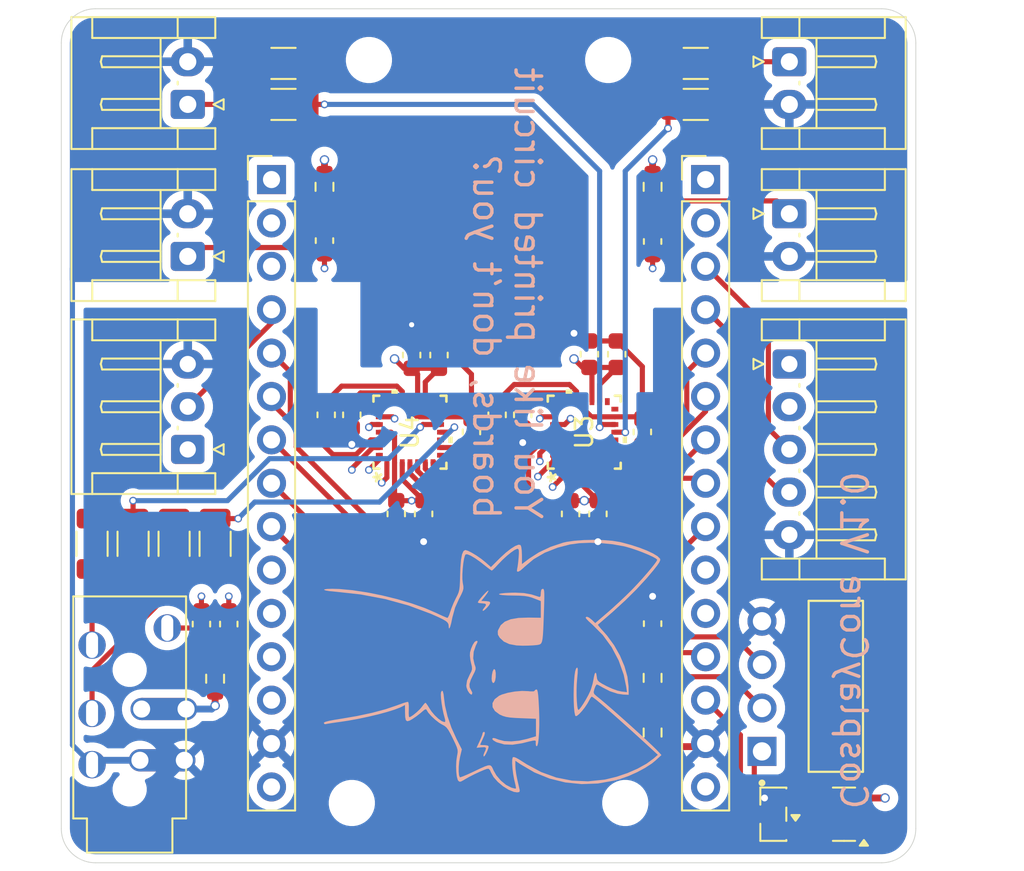
<source format=kicad_pcb>
(kicad_pcb (version 20241229) (generator "pcbnew") (generator_version "9.0")
  (layers (0 "F.Cu" signal) (4 "In1.Cu" signal) (6 "In2.Cu" signal) (2 "B.Cu" signal) (13 "F.Paste" user) (15 "B.Paste" user) (5 "F.SilkS" user "F.Silkscreen") (7 "B.SilkS" user "B.Silkscreen") (1 "F.Mask" user) (3 "B.Mask" user) (25 "Edge.Cuts" user))
  (net 0 "")
  (net 1 "+3V3D")
  (net 2 "GND")
  (net 3 "+5V")
  (net 5 "+3V3A")
  (net 6 "GNDA")
  (net 7 "/Headset_Left")
  (net 8 "/Headset_Right")
  (net 9 "/Headset_Mic")
  (net 12 "/Mic_Left")
  (net 13 "/Mic_Right")
  (net 14 "/MOSI")
  (net 15 "Net-(U3-HPCOM)")
  (net 16 "Net-(U3-VMID)")
  (net 17 "/SPI_CLK")
  (net 18 "Net-(U3-VREF)")
  (net 19 "Net-(U3-LINPUT1)")
  (net 20 "Net-(U3-RINPUT1)")
  (net 23 "/Ext->Int_Out")
  (net 24 "/Exit->Int_Select")
  (net 25 "/Ext->Int_CLK")
  (net 26 "/Ext->Int_LRC")
  (net 28 "/Ext->Int_In")
  (net 29 "/Int->Ext_Select")
  (net 30 "/Int->Ext_LRC")
  (net 32 "/Int->Ext_Out")
  (net 33 "/Int->Ext_CLK")
  (net 34 "/Speaker_Right")
  (net 35 "/Int->Ext_In")
  (net 36 "/Speaker_Left")
  (net 42 "Net-(U4-HPCOM)")
  (net 43 "Net-(U4-VMID)")
  (net 44 "Net-(U4-VREF)")
  (net 45 "Net-(U4-LINPUT1)")
  (net 46 "Net-(U4-RINPUT1)")
  (net 47 "Net-(M1-Tacho)")
  (net 48 "Net-(M1-PWM)")
  (net 49 "/FAN_PWM")
  (net 50 "/FAN_RPM")
  (net 56 "Net-(U3-LOUT1)")
  (net 57 "Net-(U4-LOUT1)")
  (net 58 "Net-(U3-ROUT1)")
  (net 59 "Net-(U4-ROUT1)")
  (net 60 "/LED_Data")
  (net 61 "/Out_DAT")
  (net 62 "/Out_CLK")
  (net 63 "/Master_Audio_Clk")
  (footprint "Resistor_SMD:R_0603_1608Metric" (layer "F.Cu") (at 132 115.225 90)
    (property "Reference" "R5" (hide yes))
    (property "Value" "10k" (hide yes))
  )
  (footprint "Capacitor_SMD:C_0603_1608Metric" (layer "F.Cu") (at 153.9 96.225 -90)
    (property "Reference" "C15" (hide yes))
    (property "Value" "4.7u")
  )
  (footprint "Capacitor_SMD:C_1206_3216Metric" (layer "F.Cu") (at 132 107.325 90)
    (property "Reference" "C18" (hide yes))
    (property "Value" "100u" (hide yes))
  )
  (footprint "MountingHole:MountingHole_2.2mm_M2" (layer "F.Cu") (at 140 122.5)
    (property "Reference" "H4" (hide yes))
    (property "Value" "MountingHole")
  )
  (footprint "Capacitor_SMD:C_0603_1608Metric" (layer "F.Cu") (at 143.5 96.275 -90)
    (property "Reference" "C27" (hide yes))
    (property "Value" "4.7u")
  )
  (footprint "Capacitor_SMD:C_0603_1608Metric" (layer "F.Cu") (at 145.1 96.275 -90)
    (property "Reference" "C28" (hide yes))
    (property "Value" "4.7u")
  )
  (footprint "Connector_JST:JST_EH_S2B-EH_1x02_P2.50mm_Horizontal" (layer "F.Cu") (at 165.6 79.1 -90)
    (property "Reference" "J7" (hide yes))
    (property "Value" "Left_Speaker")
  )
  (footprint "Capacitor_SMD:C_0603_1608Metric" (layer "F.Cu") (at 138.4 89.575 -90)
    (property "Reference" "C26" (hide yes))
    (property "Value" "1u" (hide yes))
  )
  (footprint "Connector_PinHeader_2.54mm:PinHeader_1x15_P2.54mm_Vertical" (layer "F.Cu") (at 135.299956 85.999967)
    (property "Reference" "J1" (hide yes))
    (property "Value" "Conn_01x15" (hide yes))
  )
  (footprint "NetTie:NetTie-2_THT_Pad1.0mm" (layer "F.Cu") (at 127.7 117)
    (property "Reference" "NT1" (hide yes))
    (property "Value" "NetTie_2" (hide yes))
  )
  (footprint "Capacitor_SMD:C_1206_3216Metric" (layer "F.Cu") (at 124.8 107.325 90)
    (property "Reference" "C22" (hide yes))
    (property "Value" "100u" (hide yes))
  )
  (footprint "MountingHole:MountingHole_2.2mm_M2" (layer "F.Cu") (at 155 79)
    (property "Reference" "H2" (hide yes))
    (property "Value" "MountingHole")
  )
  (footprint "Resistor_SMD:R_0603_1608Metric" (layer "F.Cu") (at 157.6 86.425 90)
    (property "Reference" "R4" (hide yes))
    (property "Value" "10k" (hide yes))
  )
  (footprint "A2543WR-4P:MOLEX_22053041" (layer "F.Cu") (at 164 115.67 90)
    (property "Reference" "M1")
    (property "Value" "Fan")
  )
  (footprint "MountingHole:MountingHole_2.2mm_M2" (layer "F.Cu") (at 141 79)
    (property "Reference" "H1" (hide yes))
    (property "Value" "MountingHole")
  )
  (footprint "footprints:QFN28_4X4_CIR" (layer "F.Cu") (at 143.4 100.7907 90)
    (property "Reference" "U4")
    (property "Value" "WM8988LGECN/V")
  )
  (footprint "Connector_JST:JST_EH_S2B-EH_1x02_P2.50mm_Horizontal" (layer "F.Cu") (at 165.6 88 -90)
    (property "Reference" "J8" (hide yes))
    (property "Value" "Left_Speaker")
  )
  (footprint "Capacitor_SMD:C_0603_1608Metric" (layer "F.Cu") (at 148.5 99.775 90)
    (property "Reference" "C12" (hide yes))
    (property "Value" "4.7u")
  )
  (footprint "Connector_JST:JST_EH_S2B-EH_1x02_P2.50mm_Horizontal" (layer "F.Cu") (at 130.4 90.5 90)
    (property "Reference" "J6" (hide yes))
    (property "Value" "Left_Speaker")
  )
  (footprint "Capacitor_SMD:C_0603_1608Metric" (layer "F.Cu") (at 152.8 105.575 90)
    (property "Reference" "C4" (hide yes))
    (property "Value" "100n")
  )
  (footprint "Capacitor_SMD:C_1206_3216Metric" (layer "F.Cu") (at 160.125 79.2 180)
    (property "Reference" "C6" (hide yes))
    (property "Value" "100u" (hide yes))
  )
  (footprint "Capacitor_SMD:C_1206_3216Metric" (layer "F.Cu") (at 136 81.6)
    (property "Reference" "C10" (hide yes))
    (property "Value" "100u" (hide yes))
  )
  (footprint "Capacitor_SMD:C_1206_3216Metric" (layer "F.Cu") (at 136 79.2)
    (property "Reference" "C9" (hide yes))
    (property "Value" "100u" (hide yes))
  )
  (footprint "Capacitor_SMD:C_0603_1608Metric" (layer "F.Cu") (at 157.6 89.625 -90)
    (property "Reference" "C29" (hide yes))
    (property "Value" "1u")
  )
  (footprint "Capacitor_SMD:C_0603_1608Metric" (layer "F.Cu") (at 138.5 99.775 90)
    (property "Reference" "C25" (hide yes))
    (property "Value" "4.7u")
  )
  (footprint "Connector_JST:JST_EH_S3B-EH_1x03_P2.50mm_Horizontal" (layer "F.Cu") (at 130.4 101.8 90)
    (property "Reference" "J4" (hide yes))
    (property "Value" "Conn_01x03")
  )
  (footprint "Resistor_SMD:R_0603_1608Metric" (layer "F.Cu") (at 138.4 86.425 90)
    (property "Reference" "R3" (hide yes))
    (property "Value" "10k" (hide yes))
  )
  (footprint "Connector_JST:JST_EH_S2B-EH_1x02_P2.50mm_Horizontal" (layer "F.Cu") (at 130.4 81.6 90)
    (property "Reference" "J5" (hide yes))
    (property "Value" "Left_Speaker")
  )
  (footprint "Capacitor_SMD:C_0603_1608Metric" (layer "F.Cu") (at 155.5 96.225 -90)
    (property "Reference" "C14" (hide yes))
    (property "Value" "4.7u")
  )
  (footprint "Capacitor_SMD:C_0603_1608Metric" (layer "F.Cu") (at 147 100.775 90)
    (property "Reference" "C21" (hide yes))
    (property "Value" "4.7u")
  )
  (footprint "NetTie:NetTie-2_THT_Pad1.0mm" (layer "F.Cu") (at 130.2 120 180)
    (property "Reference" "NT2" (hide yes))
    (property "Value" "NetTie_2" (hide yes))
  )
  (footprint "Capacitor_SMD:C_0603_1608Metric" (layer "F.Cu") (at 157 100.775 90)
    (property "Reference" "C8" (hide yes))
    (property "Value" "4.7u")
  )
  (footprint "Capacitor_SMD:C_1206_3216Metric" (layer "F.Cu") (at 129.6 107.325 90)
    (property "Reference" "C19" (hide yes))
    (property "Value" "100u" (hide yes))
  )
  (footprint "footprints:QFN28_4X4_CIR" (layer "F.Cu") (at 153.6 100.7907 90)
    (property "Reference" "U3")
    (property "Value" "WM8988LGECN/V")
  )
  (footprint "Capacitor_SMD:C_0603_1608Metric" (layer "F.Cu") (at 142.6 105.575 90)
    (property "Reference" "C17" (hide yes))
    (property "Value" "100n")
  )
  (footprint "Capacitor_SMD:C_0603_1608Metric" (layer "F.Cu") (at 154.4 105.575 90)
    (property "Reference" "C7" (hide yes))
    (property "Value" "100n")
  )
  (footprint "Resistor_SMD:R_0603_1608Metric" (layer "F.Cu") (at 157.6 115.175 90)
    (property "Reference" "R2" (hide yes))
    (property "Value" "27k" (hide yes))
  )
  (footprint "Connector_PinHeader_2.54mm:PinHeader_1x15_P2.54mm_Vertical" (layer "F.Cu") (at 160.699956 85.999967)
    (property "Reference" "J2" (hide yes))
    (property "Value" "Conn_01x15" (hide yes))
  )
  (footprint "Capacitor_SMD:C_1206_3216Metric" (layer "F.Cu") (at 160.125 81.6 180)
    (property "Reference" "C5" (hide yes))
    (property "Value" "100u" (hide yes))
  )
  (footprint "Connector_JST:JST_EH_S5B-EH_1x05_P2.50mm_Horizontal" (layer "F.Cu") (at 165.6 96.8 -90)
    (property "Reference" "J3" (hide yes))
    (property "Value" "Conn_01x05")
  )
  (footprint "Resistor_SMD:R_0603_1608Metric" (layer "F.Cu") (at 157.6 118.375 90)
    (property "Reference" "R1" (hide yes))
    (property "Value" "50k" (hide yes))
  )
  (footprint "Capacitor_SMD:C_0603_1608Metric" (layer "F.Cu") (at 131.2 112.025 90)
    (property "Reference" "C16" (hide yes))
    (property "Value" "1u" (hide yes))
  )
  (footprint "Capacitor_SMD:C_1206_3216Metric" (layer "F.Cu") (at 127.2 107.325 90)
    (property "Reference" "C23" (hide yes))
    (property "Value" "100u" (hide yes))
  )
  (footprint "Capacitor_SMD:C_0603_1608Metric" (layer "F.Cu") (at 132.8 112.025 90)
    (property "Reference" "C13" (hide yes))
    (property "Value" "1u" (hide yes))
  )
  (footprint "Capacitor_SMD:C_0603_1608Metric" (layer "F.Cu") (at 150 99.775 90)
    (property "Reference" "C11" (hide yes))
    (property "Value" "4.7u")
  )
  (footprint "Capacitor_SMD:C_0603_1608Metric" (layer "F.Cu") (at 140 99.775 90)
    (property "Reference" "C24" (hide yes))
    (property "Value" "4.7u")
  )
  (footprint "Package_TO_SOT_SMD:SOT-23" (layer "F.Cu") (at 168.8 123.1575 180)
    (property "Reference" "Q1" (hide yes))
    (property "Value" "AO3401A" (hide yes))
  )
  (footprint "PJ-320A:PJ-320A" (layer "F.Cu") (at 124.8 125.405 90)
    (property "Reference" "U2" (hide yes))
    (property "Value" "Headphone Jack")
  )
  (footprint "Capacitor_SMD:C_0603_1608Metric" (layer "F.Cu") (at 157.6 112 90)
    (property "Reference" "C1" (hide yes))
    (property "Value" "100n")
  )
  (footprint "Package_TO_SOT_SMD:SOT-23" (layer "F.Cu") (at 164.6625 123.1575 180)
    (property "Reference" "Q2" (hide yes))
    (property "Value" "AO3400A" (hide yes))
  )
  (footprint "MountingHole:MountingHole_2.2mm_M2" (layer "F.Cu") (at 156 122.5)
    (property "Reference" "H3" (hide yes))
    (property "Value" "MountingHole")
  )
  (footprint "Capacitor_SMD:C_0603_1608Metric" (layer "F.Cu") (at 144.2 105.575 90)
    (property "Reference" "C20" (hide yes))
    (property "Value" "100n")
  )
  (footprint "LOGO" (layer "B.Cu") (at 149 114.5 90)
    (property "Reference" "G***" (hide yes))
    (property "Value" "LOGO" (hide yes))
  )
  (gr_line (start 173 78) (end 173 124) (stroke (width 0.05)) (layer "Edge.Cuts"))
  (gr_arc (start 171 76) (mid 172.414214 76.585786) (end 173 78) (stroke (width 0.05)) (layer "Edge.Cuts"))
  (gr_line (start 123 124) (end 123 78) (stroke (width 0.05)) (layer "Edge.Cuts"))
  (gr_arc (start 125 126) (mid 123.585786 125.414214) (end 123 124) (stroke (width 0.05)) (layer "Edge.Cuts"))
  (gr_arc (start 123 78) (mid 123.585786 76.585786) (end 125 76) (stroke (width 0.05)) (layer "Edge.Cuts"))
  (gr_line (start 125 76) (end 171 76) (stroke (width 0.05)) (layer "Edge.Cuts"))
  (gr_line (start 171 126) (end 125 126) (stroke (width 0.05)) (layer "Edge.Cuts"))
  (gr_arc (start 173 124) (mid 172.414214 125.414214) (end 171 126) (stroke (width 0.05)) (layer "Edge.Cuts"))
  (gr_text "CosplayCore V1.0" (at 168.475 123 270) (layer "B.SilkS") (effects (font (size 1.5 1.5) (thickness 0.2)) (justify left bottom mirror)))
  (gr_text "You like printed circuit\nboards, don't you?" (at 147 106 270) (layer "B.SilkS") (effects (font (size 1.5 1.5) (thickness 0.2)) (justify left bottom mirror)))
  (segment (start 153.150001 102.5814) (end 153.150001 103.550001) (width 0.3) (layer "F.Cu") (net 1))
  (segment (start 143.5 104.8) (end 142.6 104.8) (width 0.3) (layer "F.Cu") (net 1))
  (segment (start 152.8 104.8) (end 153.6 104.8) (width 0.3) (layer "F.Cu") (net 1))
  (segment (start 152.699999 102.5814) (end 152.699999 104.699999) (width 0.3) (layer "F.Cu") (net 1))
  (segment (start 153.150001 103.550001) (end 154.4 104.8) (width 0.3) (layer "F.Cu") (net 1))
  (segment (start 152.2907 100.7907) (end 152.699999 101.199999) (width 0.3) (layer "F.Cu") (net 1))
  (segment (start 141.6093 100.7907) (end 142.2907 100.7907) (width 0.3) (layer "F.Cu") (net 1))
  (segment (start 142.499999 104.699999) (end 142.6 104.8) (width 0.3) (layer "F.Cu") (net 1))
  (segment (start 142.950001 102.5814) (end 142.950001 103.550001) (width 0.3) (layer "F.Cu") (net 1))
  (segment (start 153.6 104.8) (end 154.4 104.8) (width 0.3) (layer "F.Cu") (net 1))
  (segment (start 144.2 104.8) (end 143.5 104.8) (width 0.3) (layer "F.Cu") (net 1))
  (segment (start 142.499999 100.999999) (end 142.499999 102.5814) (width 0.3) (layer "F.Cu") (net 1))
  (segment (start 152.699999 101.199999) (end 152.699999 102.5814) (width 0.3) (layer "F.Cu") (net 1))
  (segment (start 142.950001 103.550001) (end 144.2 104.8) (width 0.3) (layer "F.Cu") (net 1))
  (segment (start 142.2907 100.7907) (end 142.499999 100.999999) (width 0.3) (layer "F.Cu") (net 1))
  (segment (start 151.8093 100.7907) (end 152.2907 100.7907) (width 0.3) (layer "F.Cu") (net 1))
  (segment (start 142.499999 102.5814) (end 142.499999 104.699999) (width 0.3) (layer "F.Cu") (net 1))
  (segment (start 160.609923 121.65) (end 160.699956 121.559967) (width 0.4) (layer "F.Cu") (net 1))
  (segment (start 152.699999 104.699999) (end 152.8 104.8) (width 0.3) (layer "F.Cu") (net 1))
  (via (at 143.5 104.8) (size 0.45) (drill 0.3) (layers "F.Cu" "B.Cu") (net 1))
  (via (at 153.6 104.8) (size 0.55) (drill 0.4) (layers "F.Cu" "B.Cu") (net 1))
  (segment (start 155.126 104.3716) (end 155.126 105.624) (width 0.3) (layer "F.Cu") (net 2))
  (segment (start 144.926 105.624) (end 144.2 106.35) (width 0.3) (layer "F.Cu") (net 2))
  (segment (start 148.5 100.55) (end 150 100.55) (width 0.3) (layer "F.Cu") (net 2))
  (segment (start 152.8 106.35) (end 154.4 106.35) (width 0.3) (layer "F.Cu") (net 2))
  (segment (start 143.4 102.5814) (end 143.4 103.2) (width 0.3) (layer "F.Cu") (net 2))
  (segment (start 153.6 102.5814) (end 153.6 103.4329) (width 0.3) (layer "F.Cu") (net 2))
  (segment (start 142.6 106.35) (end 144.2 106.35) (width 0.3) (layer "F.Cu") (net 2))
  (segment (start 160.519923 119.2) (end 160.699956 119.019967) (width 0.4) (layer "F.Cu") (net 2))
  (segment (start 144.5544 104) (end 144.926 104.3716) (width 0.3) (layer "F.Cu") (net 2))
  (segment (start 154.8534 104.099) (end 155.126 104.3716) (width 0.3) (layer "F.Cu") (net 2))
  (segment (start 150 100.55) (end 150 101.4) (width 0.3) (layer "F.Cu") (net 2))
  (segment (start 144.926 104.3716) (end 144.926 105.624) (width 0.3) (layer "F.Cu") (net 2))
  (segment (start 157.6 111.225) (end 157.6 110.4) (width 0.3) (layer "F.Cu") (net 2))
  (segment (start 154.2661 104.099) (end 154.8534 104.099) (width 0.3) (layer "F.Cu") (net 2))
  (segment (start 154.4 106.35) (end 154.4 107.2) (width 0.3) (layer "F.Cu") (net 2))
  (segment (start 144.2 106.35) (end 144.2 107.2) (width 0.3) (layer "F.Cu") (net 2))
  (segment (start 138.5 100.55) (end 140 100.55) (width 0.3) (layer "F.Cu") (net 2))
  (segment (start 144.2 104) (end 144.5544 104) (width 0.3) (layer "F.Cu") (net 2))
  (segment (start 164.15 122.2075) (end 165.7375 122.2075) (width 0.4) (layer "F.Cu") (net 2))
  (segment (start 140 100.55) (end 140 101.5) (width 0.3) (layer "F.Cu") (net 2))
  (segment (start 157.6 119.2) (end 160.519923 119.2) (width 0.4) (layer "F.Cu") (net 2))
  (segment (start 155.126 105.624) (end 154.4 106.35) (width 0.3) (layer "F.Cu") (net 2))
  (segment (start 143.4 103.2) (end 144.2 104) (width 0.3) (layer "F.Cu") (net 2))
  (segment (start 153.6 103.4329) (end 154.2661 104.099) (width 0.3) (layer "F.Cu") (net 2))
  (via (at 140 101.5) (size 0.55) (drill 0.4) (layers "F.Cu" "B.Cu") (net 2))
  (via (at 144.2 107.2) (size 0.55) (drill 0.4) (layers "F.Cu" "B.Cu") (net 2))
  (via (at 164.15 122.2075) (size 0.55) (drill 0.4) (layers "F.Cu" "B.Cu") (net 2))
  (via (at 154.4 107.2) (size 0.55) (drill 0.4) (layers "F.Cu" "B.Cu") (net 2))
  (via (at 157.6 110.4) (size 0.55) (drill 0.4) (layers "F.Cu" "B.Cu") (net 2))
  (via (at 150 101.4) (size 0.55) (drill 0.4) (layers "F.Cu" "B.Cu") (net 2))
  (segment (start 162.375 112.775) (end 164 114.4) (width 0.3) (layer "F.Cu") (net 3))
  (segment (start 157.6 112.775) (end 162.375 112.775) (width 0.3) (layer "F.Cu") (net 3))
  (segment (start 171.2 122.2075) (end 169.7375 122.2075) (width 0.4) (layer "F.Cu") (net 3))
  (via (at 171.2 122.2075) (size 0.55) (drill 0.4) (layers "F.Cu" "B.Cu") (net 3))
  (segment (start 143.05 97.05) (end 142.5 96.5) (width 0.3) (layer "F.Cu") (net 5))
  (segment (start 155.5 97) (end 153.9 97) (width 0.3) (layer "F.Cu") (net 5))
  (segment (start 144.300001 99) (end 144.300001 97.849999) (width 0.3) (layer "F.Cu") (net 5))
  (segment (start 132 116.05) (end 132 116.8) (width 0.4) (layer "F.Cu") (net 5))
  (segment (start 154.049999 99) (end 154.049999 97.149999) (width 0.3) (layer "F.Cu") (net 5))
  (segment (start 154.500001 99) (end 154.500001 97.999999) (width 0.3) (layer "F.Cu") (net 5))
  (segment (start 143.849999 99) (end 143.849999 97.399999) (width 0.3) (layer "F.Cu") (net 5))
  (segment (start 154.500001 97.999999) (end 155.5 97) (width 0.3) (layer "F.Cu") (net 5))
  (segment (start 153.5 97) (end 153 96.5) (width 0.3) (layer "F.Cu") (net 5))
  (segment (start 157.6 85.6) (end 157.6 84.85) (width 0.4) (layer "F.Cu") (net 5))
  (segment (start 144.300001 97.849999) (end 145.1 97.05) (width 0.3) (layer "F.Cu") (net 5))
  (segment (start 154.049999 97.149999) (end 153.9 97) (width 0.3) (layer "F.Cu") (net 5))
  (segment (start 143.5 97.05) (end 143.05 97.05) (width 0.3) (layer "F.Cu") (net 5))
  (segment (start 138.4 85.6) (end 138.4 84.85) (width 0.4) (layer "F.Cu") (net 5))
  (segment (start 145.1 97.05) (end 143.5 97.05) (width 0.3) (layer "F.Cu") (net 5))
  (segment (start 143.849999 97.399999) (end 143.5 97.05) (width 0.3) (layer "F.Cu") (net 5))
  (segment (start 153.9 97) (end 153.5 97) (width 0.3) (layer "F.Cu") (net 5))
  (via (at 157.6 84.85) (size 0.55) (drill 0.4) (layers "F.Cu" "B.Cu") (net 5))
  (via (at 132 116.8) (size 0.55) (drill 0.4) (layers "F.Cu" "B.Cu") (net 5))
  (via (at 142.5 96.5) (size 0.55) (drill 0.4) (layers "F.Cu" "B.Cu") (net 5))
  (via (at 153 96.5) (size 0.55) (drill 0.4) (layers "F.Cu" "B.Cu") (net 5))
  (via (at 138.4 84.85) (size 0.55) (drill 0.4) (layers "F.Cu" "B.Cu") (net 5))
  (segment (start 130.3 117) (end 131.8 117) (width 0.4) (layer "B.Cu") (net 5))
  (segment (start 131.8 117) (end 132 116.8) (width 0.4) (layer "B.Cu") (net 5))
  (segment (start 143.819598 99.890699) (end 145.1907 99.890699) (width 0.3) (layer "F.Cu") (net 6))
  (segment (start 147 97.4) (end 147 100) (width 0.3) (layer "F.Cu") (net 6))
  (segment (start 153.6 99) (end 153.6 99.471101) (width 0.3) (layer "F.Cu") (net 6))
  (segment (start 153.9 95.45) (end 153.45 95.45) (width 0.3) (layer "F.Cu") (net 6))
  (segment (start 143.4 99) (end 143.4 99.471101) (width 0.3) (layer "F.Cu") (net 6))
  (segment (start 156.890699 99.890699) (end 157 100) (width 0.3) (layer "F.Cu") (net 6))
  (segment (start 153.6 99.471101) (end 154.019598 99.890699) (width 0.3) (layer "F.Cu") (net 6))
  (segment (start 145.1907 99.890699) (end 146.890699 99.890699) (width 0.3) (layer "F.Cu") (net 6))
  (segment (start 153.9 95.45) (end 155.5 95.45) (width 0.3) (layer "F.Cu") (net 6))
  (segment (start 145.1 95.5) (end 147 97.4) (width 0.3) (layer "F.Cu") (net 6))
  (segment (start 157 96.95) (end 155.5 95.45) (width 0.3) (layer "F.Cu") (net 6))
  (segment (start 143.5 95.5) (end 145.1 95.5) (width 0.3) (layer "F.Cu") (net 6))
  (segment (start 155.3907 99.890699) (end 156.890699 99.890699) (width 0.3) (layer "F.Cu") (net 6))
  (segment (start 143.5 95.5) (end 143.5 94.5) (width 0.3) (layer "F.Cu") (net 6))
  (segment (start 143.4 99.471101) (end 143.819598 99.890699) (width 0.3) (layer "F.Cu") (net 6))
  (segment (start 146.890699 99.890699) (end 147 100) (width 0.3) (layer "F.Cu") (net 6))
  (segment (start 157 100) (end 157 96.95) (width 0.3) (layer "F.Cu") (net 6))
  (segment (start 153.45 95.45) (end 153 95) (width 0.3) (layer "F.Cu") (net 6))
  (segment (start 154.019598 99.890699) (end 155.3907 99.890699) (width 0.3) (layer "F.Cu") (net 6))
  (via (at 143.5 94.5) (size 0.45) (drill 0.3) (layers "F.Cu" "B.Cu") (net 6))
  (via (at 153 95) (size 0.55) (drill 0.4) (layers "F.Cu" "B.Cu") (net 6))
  (segment (start 127.6 120) (end 125.055 120) (width 0.4) (layer "B.Cu") (net 6))
  (segment (start 123.651 119.106) (end 123.651 91.2) (width 0.3) (layer "B.Cu") (net 6))
  (segment (start 124.8 120.255) (end 123.651 119.106) (width 0.3) (layer "B.Cu") (net 6))
  (segment (start 125.055 120) (end 124.8 120.255) (width 0.4) (layer "B.Cu") (net 6))
  (segment (start 124.8 108.8) (end 124.8 113.255) (width 0.3) (layer "F.Cu") (net 7))
  (segment (start 124.8 108.8) (end 127.2 108.8) (width 0.3) (layer "F.Cu") (net 7))
  (segment (start 124.8 117.255) (end 124.8 114.741339) (width 0.3) (layer "F.Cu") (net 8))
  (segment (start 124.8 114.741339) (end 129.6 109.941339) (width 0.3) (layer "F.Cu") (net 8))
  (segment (start 129.6 109.941339) (end 129.6 108.8) (width 0.3) (layer "F.Cu") (net 8))
  (segment (start 129.6 108.8) (end 132 108.8) (width 0.3) (layer "F.Cu") (net 8))
  (segment (start 132 112.8) (end 132.8 112.8) (width 0.3) (layer "F.Cu") (net 9))
  (segment (start 130.655 112.255) (end 131.2 112.8) (width 0.3) (layer "F.Cu") (net 9))
  (segment (start 132 114.4) (end 132 112.8) (width 0.3) (layer "F.Cu") (net 9))
  (segment (start 131.2 112.8) (end 132 112.8) (width 0.3) (layer "F.Cu") (net 9))
  (segment (start 129.2 112.255) (end 130.655 112.255) (width 0.3) (layer "F.Cu") (net 9))
  (segment (start 130.921033 89.978967) (end 137.221033 89.978967) (width 0.3) (layer "F.Cu") (net 12))
  (segment (start 130.4 90.5) (end 130.921033 89.978967) (width 0.3) (layer "F.Cu") (net 12))
  (segment (start 138.4 88.85) (end 138.4 87.25) (width 0.3) (layer "F.Cu") (net 12))
  (segment (start 137.221033 89.978967) (end 138.4 88.8) (width 0.3) (layer "F.Cu") (net 12))
  (segment (start 164.85 87.25) (end 157.6 87.25) (width 0.3) (layer "F.Cu") (net 13))
  (segment (start 157.6 87.25) (end 157.6 88.85) (width 0.3) (layer "F.Cu") (net 13))
  (segment (start 165.6 88) (end 164.85 87.25) (width 0.3) (layer "F.Cu") (net 13))
  (segment (start 140 102.917043) (end 140 103) (width 0.3) (layer "F.Cu") (net 14))
  (segment (start 151.338199 101.690701) (end 151 102.0289) (width 0.3) (layer "F.Cu") (net 14))
  (segment (start 141.226342 101.690701) (end 140 102.917043) (width 0.3) (layer "F.Cu") (net 14))
  (segment (start 141.6093 101.690701) (end 141.226342 101.690701) (width 0.3) (layer "F.Cu") (net 14))
  (segment (start 151.8093 101.690701) (end 151.338199 101.690701) (width 0.3) (layer "F.Cu") (net 14))
  (segment (start 151 102.0289) (end 151 102.5) (width 0.3) (layer "F.Cu") (net 14))
  (via (at 140 103) (size 0.45) (drill 0.3) (layers "F.Cu" "B.Cu") (net 14))
  (via (at 151 102.5) (size 0.45) (drill 0.3) (layers "F.Cu" "B.Cu") (net 14))
  (segment (start 156.859299 101.690701) (end 157 101.55) (width 0.3) (layer "F.Cu") (net 15))
  (segment (start 155.3907 101.690701) (end 156.859299 101.690701) (width 0.3) (layer "F.Cu") (net 15))
  (segment (start 152.699999 99) (end 152.699999 98.528899) (width 0.3) (layer "F.Cu") (net 16))
  (segment (start 152.699999 98.528899) (end 152.6661 98.495) (width 0.3) (layer "F.Cu") (net 16))
  (segment (start 150.505 98.495) (end 150 99) (width 0.3) (layer "F.Cu") (net 16))
  (segment (start 152.6661 98.495) (end 150.505 98.495) (width 0.3) (layer "F.Cu") (net 16))
  (segment (start 151.8093 102.469932) (end 150.889616 103.389616) (width 0.3) (layer "F.Cu") (net 17))
  (segment (start 151.8093 102.1407) (end 151.8093 102.469932) (width 0.3) (layer "F.Cu") (net 17))
  (segment (start 141.6093 102.1407) (end 141.6093 102.3907) (width 0.3) (layer "F.Cu") (net 17))
  (segment (start 141.6093 102.3907) (end 141 103) (width 0.3) (layer "F.Cu") (net 17))
  (via (at 141 103) (size 0.45) (drill 0.3) (layers "F.Cu" "B.Cu") (net 17))
  (via (at 150.889616 103.389616) (size 0.45) (drill 0.3) (layers "F.Cu" "B.Cu") (net 17))
  (segment (start 152.7382 98) (end 153.150001 98.411801) (width 0.3) (layer "F.Cu") (net 18))
  (segment (start 153.150001 98.411801) (end 153.150001 99) (width 0.3) (layer "F.Cu") (net 18))
  (segment (start 148.5 99) (end 149.5 98) (width 0.3) (layer "F.Cu") (net 18))
  (segment (start 149.5 98) (end 152.7382 98) (width 0.3) (layer "F.Cu") (net 18))
  (segment (start 152.459299 100.340701) (end 152.8 100) (width 0.3) (layer "F.Cu") (net 19))
  (segment (start 132.8 111.25) (end 132.8 110.4) (width 0.3) (layer "F.Cu") (net 19))
  (segment (start 151.8093 100.340701) (end 152.459299 100.340701) (width 0.3) (layer "F.Cu") (net 19))
  (via (at 132.8 110.4) (size 0.45) (drill 0.3) (layers "F.Cu" "B.Cu") (net 19))
  (via (at 152.8 100) (size 0.45) (drill 0.3) (layers "F.Cu" "B.Cu") (net 19))
  (segment (start 131.2 111.25) (end 131.2 110.4) (width 0.3) (layer "F.Cu") (net 20))
  (segment (start 151.109301 99.890699) (end 151 100) (width 0.3) (layer "F.Cu") (net 20))
  (segment (start 151.8093 99.890699) (end 151.109301 99.890699) (width 0.3) (layer "F.Cu") (net 20))
  (via (at 151 100) (size 0.45) (drill 0.3) (layers "F.Cu" "B.Cu") (net 20))
  (via (at 131.2 110.4) (size 0.45) (drill 0.3) (layers "F.Cu" "B.Cu") (net 20))
  (segment (start 146.53 107.421243) (end 144.947243 109.004) (width 0.3) (layer "F.Cu") (net 23))
  (segment (start 146.53 103.48) (end 146.53 107.421243) (width 0.3) (layer "F.Cu") (net 23))
  (segment (start 145.1907 102.1407) (end 146.53 103.48) (width 0.3) (layer "F.Cu") (net 23))
  (segment (start 137.983989 109.004) (end 135.299956 106.319967) (width 0.3) (layer "F.Cu") (net 23))
  (segment (start 144.947243 109.004) (end 137.983989 109.004) (width 0.3) (layer "F.Cu") (net 23))
  (segment (start 138.8966 102.101) (end 136.400956 99.605356) (width 0.3) (layer "F.Cu") (net 24))
  (segment (start 141.6093 101.240699) (end 141.109244 101.240699) (width 0.3) (layer "F.Cu") (net 24))
  (segment (start 136.400956 97.260967) (end 135.299956 96.159967) (width 0.3) (layer "F.Cu") (net 24))
  (segment (start 141.109244 101.240699) (end 140.248943 102.101) (width 0.3) (layer "F.Cu") (net 24))
  (segment (start 136.400956 99.605356) (end 136.400956 97.260967) (width 0.3) (layer "F.Cu") (net 24))
  (segment (start 140.248943 102.101) (end 138.8966 102.101) (width 0.3) (layer "F.Cu") (net 24))
  (segment (start 143.849999 103.052498) (end 144.396501 103.599) (width 0.3) (layer "F.Cu") (net 25))
  (segment (start 145.327 106.922943) (end 144.448943 107.801) (width 0.3) (layer "F.Cu") (net 25))
  (segment (start 136.75 100.5215) (end 135.299956 99.071456) (width 0.3) (layer "F.Cu") (net 25))
  (segment (start 135.299956 99.071456) (end 135.299956 98.699967) (width 0.3) (layer "F.Cu") (net 25))
  (segment (start 144.7205 103.599) (end 145.327 104.2055) (width 0.3) (layer "F.Cu") (net 25))
  (segment (start 136.75 101.6544) (end 136.75 100.5215) (width 0.3) (layer "F.Cu") (net 25))
  (segment (start 142.8966 107.801) (end 136.75 101.6544) (width 0.3) (layer "F.Cu") (net 25))
  (segment (start 145.327 104.2055) (end 145.327 106.922943) (width 0.3) (layer "F.Cu") (net 25))
  (segment (start 143.849999 102.5814) (end 143.849999 103.052498) (width 0.3) (layer "F.Cu") (net 25))
  (segment (start 144.448943 107.801) (end 142.8966 107.801) (width 0.3) (layer "F.Cu") (net 25))
  (segment (start 144.396501 103.599) (end 144.7205 103.599) (width 0.3) (layer "F.Cu") (net 25))
  (segment (start 144.781143 108.603) (end 140.122989 108.603) (width 0.3) (layer "F.Cu") (net 26))
  (segment (start 144.75 102.5814) (end 144.8371 102.5814) (width 0.3) (layer "F.Cu") (net 26))
  (segment (start 144.8371 102.5814) (end 146.129 103.8733) (width 0.3) (layer "F.Cu") (net 26))
  (segment (start 140.122989 108.603) (end 135.299956 103.779967) (width 0.3) (layer "F.Cu") (net 26))
  (segment (start 146.129 103.8733) (end 146.129 107.255143) (width 0.3) (layer "F.Cu") (net 26))
  (segment (start 146.129 107.255143) (end 144.781143 108.603) (width 0.3) (layer "F.Cu") (net 26))
  (segment (start 142.261989 108.202) (end 135.299956 101.239967) (width 0.3) (layer "F.Cu") (net 28))
  (segment (start 144.562601 103.198) (end 144.8866 103.198) (width 0.3) (layer "F.Cu") (net 28))
  (segment (start 144.300001 102.5814) (end 144.300001 102.9354) (width 0.3) (layer "F.Cu") (net 28))
  (segment (start 144.300001 102.9354) (end 144.562601 103.198) (width 0.3) (layer "F.Cu") (net 28))
  (segment (start 145.728 104.0394) (end 145.728 107.089043) (width 0.3) (layer "F.Cu") (net 28))
  (segment (start 144.8866 103.198) (end 145.728 104.0394) (width 0.3) (layer "F.Cu") (net 28))
  (segment (start 145.728 107.089043) (end 144.615043 108.202) (width 0.3) (layer "F.Cu") (net 28))
  (segment (start 144.615043 108.202) (end 142.261989 108.202) (width 0.3) (layer "F.Cu") (net 28))
  (segment (start 159.218923 107.801) (end 160.699956 106.319967) (width 0.3) (layer "F.Cu") (net 29))
  (segment (start 151.8093 101.240699) (end 151.221101 101.240699) (width 0.3) (layer "F.Cu") (net 29))
  (segment (start 153.0966 107.801) (end 159.218923 107.801) (width 0.3) (layer "F.Cu") (net 29))
  (segment (start 150.338616 102.123184) (end 150.338616 105.043016) (width 0.3) (layer "F.Cu") (net 29))
  (segment (start 150.338616 105.043016) (end 153.0966 107.801) (width 0.3) (layer "F.Cu") (net 29))
  (segment (start 151.221101 101.240699) (end 150.338616 102.123184) (width 0.3) (layer "F.Cu") (net 29))
  (segment (start 154.95 102.5814) (end 155.0206 102.652) (width 0.3) (layer "F.Cu") (net 30))
  (segment (start 160.699956 99.571544) (end 160.699956 98.699967) (width 0.3) (layer "F.Cu") (net 30))
  (segment (start 157.6195 102.652) (end 160.699956 99.571544) (width 0.3) (layer "F.Cu") (net 30))
  (segment (start 155.0206 102.652) (end 157.6195 102.652) (width 0.3) (layer "F.Cu") (net 30))
  (segment (start 159.598956 100.105444) (end 159.598956 97.260967) (width 0.3) (layer "F.Cu") (net 32))
  (segment (start 157.4534 102.251) (end 159.598956 100.105444) (width 0.3) (layer "F.Cu") (net 32))
  (segment (start 155.3907 102.1407) (end 155.501 102.251) (width 0.3) (layer "F.Cu") (net 32))
  (segment (start 159.598956 97.260967) (end 160.699956 96.159967) (width 0.3) (layer "F.Cu") (net 32))
  (segment (start 155.501 102.251) (end 157.4534 102.251) (width 0.3) (layer "F.Cu") (net 32))
  (segment (start 154.3678 103.4874) (end 160.407389 103.4874) (width 0.3) (layer "F.Cu") (net 33))
  (segment (start 154.049999 103.169599) (end 154.3678 103.4874) (width 0.3) (layer "F.Cu") (net 33))
  (segment (start 160.407389 103.4874) (end 160.699956 103.779967) (width 0.3) (layer "F.Cu") (net 33))
  (segment (start 154.049999 102.5814) (end 154.049999 103.169599) (width 0.3) (layer "F.Cu") (net 33))
  (segment (start 161.7 79.1) (end 161.6 79.2) (width 0.3) (layer "F.Cu") (net 34))
  (segment (start 161.6 79.2) (end 161.6 81.6) (width 0.2) (layer "F.Cu") (net 34))
  (segment (start 165.6 79.1) (end 161.7 79.1) (width 0.3) (layer "F.Cu") (net 34))
  (segment (start 154.500001 102.5814) (end 154.500001 103.052501) (width 0.3) (layer "F.Cu") (net 35))
  (segment (start 158.853523 103.0864) (end 160.699956 101.239967) (width 0.3) (layer "F.Cu") (net 35))
  (segment (start 154.500001 103.052501) (end 154.5339 103.0864) (width 0.3) (layer "F.Cu") (net 35))
  (segment (start 154.5339 103.0864) (end 158.853523 103.0864) (width 0.3) (layer "F.Cu") (net 35))
  (segment (start 130.8 81.6) (end 130.4 82) (width 0.3) (layer "F.Cu") (net 36))
  (segment (start 134.4 79.2) (end 134.4 81.6) (width 0.3) (layer "F.Cu") (net 36))
  (segment (start 134.525 81.6) (end 130.8 81.6) (width 0.3) (layer "F.Cu") (net 36))
  (segment (start 145.1907 101.690701) (end 146.859299 101.690701) (width 0.3) (layer "F.Cu") (net 42))
  (segment (start 146.859299 101.690701) (end 147 101.55) (width 0.3) (layer "F.Cu") (net 42))
  (segment (start 140.505 98.495) (end 140 99) (width 0.3) (layer "F.Cu") (net 43))
  (segment (start 142.499999 98.528899) (end 142.4661 98.495) (width 0.3) (layer "F.Cu") (net 43))
  (segment (start 142.499999 99) (end 142.499999 98.528899) (width 0.3) (layer "F.Cu") (net 43))
  (segment (start 142.4661 98.495) (end 140.505 98.495) (width 0.3) (layer "F.Cu") (net 43))
  (segment (start 142.6322 98.094) (end 139.406 98.094) (width 0.3) (layer "F.Cu") (net 44))
  (segment (start 142.950001 99) (end 142.950001 98.411801) (width 0.3) (layer "F.Cu") (net 44))
  (segment (start 139.406 98.094) (end 138.5 99) (width 0.3) (layer "F.Cu") (net 44))
  (segment (start 142.950001 98.411801) (end 142.6322 98.094) (width 0.3) (layer "F.Cu") (net 44))
  (segment (start 138.4 91.2) (end 138.4 90.4) (width 0.3) (layer "F.Cu") (net 45))
  (segment (start 141.159299 100.340701) (end 141 100.5) (width 0.3) (layer "F.Cu") (net 45))
  (segment (start 141.6093 100.340701) (end 141.159299 100.340701) (width 0.3) (layer "F.Cu") (net 45))
  (via (at 141 100.5) (size 0.45) (drill 0.3) (layers "F.Cu" "B.Cu") (net 45))
  (via (at 138.4 91.2) (size 0.45) (drill 0.3) (layers "F.Cu" "B.Cu") (net 45))
  (segment (start 157.6 91.2) (end 157.6 90.4) (width 0.3) (layer "F.Cu") (net 46))
  (segment (start 141.6093 99.890699) (end 142.390699 99.890699) (width 0.3) (layer "F.Cu") (net 46))
  (segment (start 142.390699 99.890699) (end 142.5 100) (width 0.3) (layer "F.Cu") (net 46))
  (via (at 142.5 100) (size 0.45) (drill 0.3) (layers "F.Cu" "B.Cu") (net 46))
  (via (at 157.6 91.2) (size 0.45) (drill 0.3) (layers "F.Cu" "B.Cu") (net 46))
  (segment (start 157.6 114.35) (end 158.3579 115.1079) (width 0.3) (layer "F.Cu") (net 47))
  (segment (start 158.3579 115.1079) (end 162.1679 115.1079) (width 0.3) (layer "F.Cu") (net 47))
  (segment (start 162.1679 115.1079) (end 164 116.94) (width 0.3) (layer "F.Cu") (net 47))
  (segment (start 163.8625 123.1575) (end 163.549 122.844) (width 0.3) (layer "F.Cu") (net 48))
  (segment (start 163.549 122.844) (end 163.549 119.931) (width 0.3) (layer "F.Cu") (net 48))
  (segment (start 163.549 119.931) (end 164 119.48) (width 0.3) (layer "F.Cu") (net 48))
  (segment (start 167.8625 123.1575) (end 163.8625 123.1575) (width 0.3) (layer "F.Cu") (net 48))
  (segment (start 162.7365 118.516511) (end 162.7365 123.477756) (width 0.3) (layer "F.Cu") (net 49))
  (segment (start 163.366244 124.1075) (end 165.6 124.1075) (width 0.3) (layer "F.Cu") (net 49))
  (segment (start 162.7365 123.477756) (end 163.366244 124.1075) (width 0.3) (layer "F.Cu") (net 49))
  (segment (start 160.699956 116.479967) (end 162.7365 118.516511) (width 0.3) (layer "F.Cu") (net 49))
  (segment (start 165.6 124.1075) (end 169.7375 124.1075) (width 0.3) (layer "F.Cu") (net 49))
  (segment (start 157.6 117.55) (end 157.6 116) (width 0.3) (layer "F.Cu") (net 50))
  (segment (start 157.132648 113.699) (end 160.458989 113.699) (width 0.3) (layer "F.Cu") (net 50))
  (segment (start 157.6 116) (end 156.874 115.274) (width 0.3) (layer "F.Cu") (net 50))
  (segment (start 160.458989 113.699) (end 160.699956 113.939967) (width 0.3) (layer "F.Cu") (net 50))
  (segment (start 156.874 113.957648) (end 157.132648 113.699) (width 0.3) (layer "F.Cu") (net 50))
  (segment (start 156.874 115.274) (end 156.874 113.957648) (width 0.3) (layer "F.Cu") (net 50))
  (segment (start 154.659299 100.340701) (end 154.5 100.5) (width 0.3) (layer "F.Cu") (net 56))
  (segment (start 137.5 81.75) (end 137.35 81.6) (width 0.3) (layer "F.Cu") (net 56))
  (segment (start 155.3907 100.340701) (end 154.659299 100.340701) (width 0.3) (layer "F.Cu") (net 56))
  (segment (start 138.4 81.6) (end 137.475 81.6) (width 0.3) (layer "F.Cu") (net 56))
  (segment (start 137.35 79.2) (end 137.35 81.6) (width 0.3) (layer "F.Cu") (net 56))
  (via (at 138.4 81.6) (size 0.45) (drill 0.3) (layers "F.Cu" "B.Cu") (net 56))
  (via (at 154.5 100.5) (size 0.45) (drill 0.3) (layers "F.Cu" "B.Cu") (net 56))
  (segment (start 150.6 81.6) (end 138.4 81.6) (width 0.3) (layer "B.Cu") (net 56))
  (segment (start 154.5 85.5) (end 150.6 81.6) (width 0.3) (layer "B.Cu") (net 56))
  (segment (start 154.5 85.5) (end 154.5 100.5) (width 0.3) (layer "B.Cu") (net 56))
  (segment (start 144.159299 100.340701) (end 145.1907 100.340701) (width 0.3) (layer "F.Cu") (net 57))
  (segment (start 144 100.5) (end 144.159299 100.340701) (width 0.3) (layer "F.Cu") (net 57))
  (segment (start 127.2 105.85) (end 127.2 104.8) (width 0.3) (layer "F.Cu") (net 57))
  (segment (start 127.2 105.85) (end 124.8 105.85) (width 0.3) (layer "F.Cu") (net 57))
  (via (at 127.2 104.8) (size 0.45) (drill 0.3) (layers "F.Cu" "B.Cu") (net 57))
  (via (at 144 100.5) (size 0.45) (drill 0.3) (layers "F.Cu" "B.Cu") (net 57))
  (segment (start 142.159033 102.340967) (end 144 100.5) (width 0.3) (layer "B.Cu") (net 57))
  (segment (start 132.722873 104.8) (end 135.181906 102.340967) (width 0.3) (layer "B.Cu") (net 57))
  (segment (start 127.2 104.8) (end 132.722873 104.8) (width 0.3) (layer "B.Cu") (net 57))
  (segment (start 135.181906 102.340967) (end 142.159033 102.340967) (width 0.3) (layer "B.Cu") (net 57))
  (segment (start 155.9907 100.7907) (end 155.3907 100.7907) (width 0.3) (layer "F.Cu") (net 58))
  (segment (start 156 100.8) (end 155.9907 100.7907) (width 0.3) (layer "F.Cu") (net 58))
  (segment (start 158.5 83) (end 158.5 81.75) (width 0.3) (layer "F.Cu") (net 58))
  (segment (start 158.65 79.2) (end 158.65 81.6) (width 0.3) (layer "F.Cu") (net 58))
  (segment (start 158.5 81.75) (end 158.65 81.6) (width 0.3) (layer "F.Cu") (net 58))
  (via (at 158.5 83) (size 0.45) (drill 0.3) (layers "F.Cu" "B.Cu") (net 58))
  (via (at 156 100.8) (size 0.45) (drill 0.3) (layers "F.Cu" "B.Cu") (net 58))
  (segment (start 156 85.5) (end 158.5 83) (width 0.3) (layer "B.Cu") (net 58))
  (segment (start 156 100.8) (end 156 85.5) (width 0.3) (layer "B.Cu") (net 58))
  (segment (start 145.1907 100.7907) (end 145.7093 100.7907) (width 0.3) (layer "F.Cu") (net 59))
  (segment (start 132 105.85) (end 129.6 105.85) (width 0.3) (layer "F.Cu") (net 59))
  (segment (start 145.7093 100.7907) (end 146 100.5) (width 0.3) (layer "F.Cu") (net 59))
  (segment (start 133.35 105.85) (end 132 105.85) (width 0.3) (layer "F.Cu") (net 59))
  (via (at 146 100.5) (size 0.45) (drill 0.3) (layers "F.Cu" "B.Cu") (net 59))
  (via (at 133.35 105.85) (size 0.45) (drill 0.3) (layers "F.Cu" "B.Cu") (net 59))
  (segment (start 134.319033 104.880967) (end 141.619033 104.880967) (width 0.3) (layer "B.Cu") (net 59))
  (segment (start 133.35 105.85) (end 134.319033 104.880967) (width 0.3) (layer "B.Cu") (net 59))
  (segment (start 141.619033 104.880967) (end 146 100.5) (width 0.3) (layer "B.Cu") (net 59))
  (segment (start 130.4 99.3) (end 135.299956 94.400044) (width 0.3) (layer "F.Cu") (net 60))
  (segment (start 135.299956 94.400044) (end 135.299956 93.619967) (width 0.3) (layer "F.Cu") (net 60))
  (segment (start 164.374 94.754011) (end 160.699956 91.079967) (width 0.3) (layer "F.Cu") (net 61))
  (segment (start 164.374 100.574) (end 164.374 94.754011) (width 0.3) (layer "F.Cu") (net 61))
  (segment (start 165.6 101.8) (end 164.374 100.574) (width 0.3) (layer "F.Cu") (net 61))
  (segment (start 162.4 95.320011) (end 160.699956 93.619967) (width 0.3) (layer "F.Cu") (net 62))
  (segment (start 162.4 101.6) (end 162.4 95.320011) (width 0.3) (layer "F.Cu") (net 62))
  (segment (start 165.6 104.3) (end 165.1 104.3) (width 0.3) (layer "F.Cu") (net 62))
  (segment (start 165.1 104.3) (end 162.4 101.6) (width 0.3) (layer "F.Cu") (net 62))
  (segment (start 152.25 102.5814) (end 152.25 103.5) (width 0.3) (layer "F.Cu") (net 63))
  (segment (start 142.05 103.45) (end 141.75 103.75) (width 0.3) (layer "F.Cu") (net 63))
  (segment (start 152.25 103.5) (end 151.75 104) (width 0.3) (layer "F.Cu") (net 63))
  (segment (start 142.05 102.5814) (end 142.05 103.45) (width 0.3) (layer "F.Cu") (net 63))
  (via (at 151.75 104) (size 0.45) (drill 0.3) (layers "F.Cu" "B.Cu") (net 63))
  (via (at 141.75 103.75) (size 0.45) (drill 0.3) (layers "F.Cu" "B.Cu") (net 63))
  (zone (net 6) (net_name "GNDA") (layer "B.Cu") (priority 3) (connect_pads (clearance 0.5)) (min_thickness 0.25) (fill yes (thermal_gap 0.5) (thermal_bridge_width 0.5))
    (polygon (pts (xy 123 92) (xy 140.5 92) (xy 140.5 97) (xy 155.5 97) (xy 155.5 92) (xy 173 92) (xy 173 76.5) (xy 123 76.5)))
  )
  (zone (net 2) (net_name "GND") (layer "B.Cu") (connect_pads (clearance 0.5)) (min_thickness 0.25) (fill yes (thermal_gap 0.5) (thermal_bridge_width 0.5))
    (polygon (pts (xy 173.06885 126) (xy 123.06885 126) (xy 123.06885 93.5) (xy 138 93.5) (xy 138 98.5) (xy 157.62265 98.44384) (xy 157.62265 93.5) (xy 173.06885 93.5)))
  )
)
</source>
